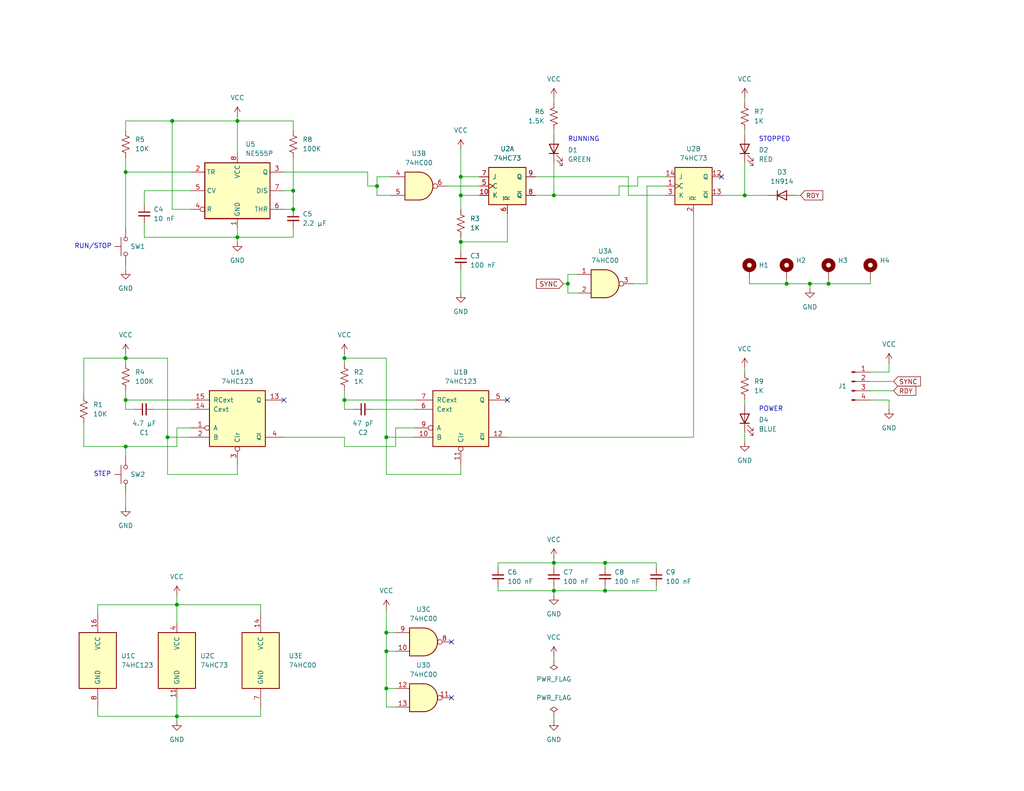
<source format=kicad_sch>
(kicad_sch (version 20231120) (generator "eeschema") (generator_version "8.0")
  (paper "USLetter")
  (lib_symbols
    (symbol "74xx:74HC00" (pin_names (offset 1.016))
      (property "Reference" "U" (at 0 1.27 0))
      (property "Value" "74HC00" (at 0 -1.27 0))
      (symbol "74HC00_1_1"
        (arc (start 0 -3.81) (mid 3.7934 0) (end 0 3.81) (stroke (width 0.254)) (fill (type background)))
        (polyline (pts (xy 0 3.81) (xy -3.81 3.81) (xy -3.81 -3.81) (xy 0 -3.81)) (stroke (width 0.254)) (fill (type background)))
        (pin input line (at -7.62 2.54 0) (length 3.81) (name "~") (number "1"))
        (pin input line (at -7.62 -2.54 0) (length 3.81) (name "~") (number "2"))
        (pin output inverted (at 7.62 0 180) (length 3.81) (name "~") (number "3"))
      )
      (symbol "74HC00_1_2"
        (arc (start -3.81 -3.81) (mid -2.589 0) (end -3.81 3.81) (stroke (width 0.254)))
        (arc (start -0.6096 -3.81) (mid 2.1842 -2.5851) (end 3.81 0) (stroke (width 0.254)) (fill (type background)))
        (polyline (pts (xy -3.81 -3.81) (xy -0.635 -3.81)) (stroke (width 0.254)) (fill (type background)))
        (polyline (pts (xy -3.81 3.81) (xy -0.635 3.81)) (stroke (width 0.254)) (fill (type background)))
        (polyline (pts (xy -0.635 3.81) (xy -3.81 3.81) (xy -3.81 3.81) (xy -3.556 3.4036) (xy -3.0226 2.2606) (xy -2.6924 1.0414) (xy -2.6162 -0.254) (xy -2.7686 -1.4986) (xy -3.175 -2.7178) (xy -3.81 -3.81) (xy -3.81 -3.81) (xy -0.635 -3.81)) (stroke (width -25.4)) (fill (type background)))
        (arc (start 3.81 0) (mid 2.1915 2.5936) (end -0.6096 3.81) (stroke (width 0.254)) (fill (type background)))
        (pin input inverted (at -7.62 2.54 0) (length 4.318) (name "~") (number "1"))
        (pin input inverted (at -7.62 -2.54 0) (length 4.318) (name "~") (number "2"))
        (pin output line (at 7.62 0 180) (length 3.81) (name "~") (number "3"))
      )
      (symbol "74HC00_2_1"
        (arc (start 0 -3.81) (mid 3.7934 0) (end 0 3.81) (stroke (width 0.254)) (fill (type background)))
        (polyline (pts (xy 0 3.81) (xy -3.81 3.81) (xy -3.81 -3.81) (xy 0 -3.81)) (stroke (width 0.254)) (fill (type background)))
        (pin input line (at -7.62 2.54 0) (length 3.81) (name "~") (number "4"))
        (pin input line (at -7.62 -2.54 0) (length 3.81) (name "~") (number "5"))
        (pin output inverted (at 7.62 0 180) (length 3.81) (name "~") (number "6"))
      )
      (symbol "74HC00_2_2"
        (arc (start -3.81 -3.81) (mid -2.589 0) (end -3.81 3.81) (stroke (width 0.254)))
        (arc (start -0.6096 -3.81) (mid 2.1842 -2.5851) (end 3.81 0) (stroke (width 0.254)) (fill (type background)))
        (polyline (pts (xy -3.81 -3.81) (xy -0.635 -3.81)) (stroke (width 0.254)) (fill (type background)))
        (polyline (pts (xy -3.81 3.81) (xy -0.635 3.81)) (stroke (width 0.254)) (fill (type background)))
        (polyline (pts (xy -0.635 3.81) (xy -3.81 3.81) (xy -3.81 3.81) (xy -3.556 3.4036) (xy -3.0226 2.2606) (xy -2.6924 1.0414) (xy -2.6162 -0.254) (xy -2.7686 -1.4986) (xy -3.175 -2.7178) (xy -3.81 -3.81) (xy -3.81 -3.81) (xy -0.635 -3.81)) (stroke (width -25.4)) (fill (type background)))
        (arc (start 3.81 0) (mid 2.1915 2.5936) (end -0.6096 3.81) (stroke (width 0.254)) (fill (type background)))
        (pin input inverted (at -7.62 2.54 0) (length 4.318) (name "~") (number "4"))
        (pin input inverted (at -7.62 -2.54 0) (length 4.318) (name "~") (number "5"))
        (pin output line (at 7.62 0 180) (length 3.81) (name "~") (number "6"))
      )
      (symbol "74HC00_3_1"
        (arc (start 0 -3.81) (mid 3.7934 0) (end 0 3.81) (stroke (width 0.254)) (fill (type background)))
        (polyline (pts (xy 0 3.81) (xy -3.81 3.81) (xy -3.81 -3.81) (xy 0 -3.81)) (stroke (width 0.254)) (fill (type background)))
        (pin input line (at -7.62 -2.54 0) (length 3.81) (name "~") (number "10"))
        (pin output inverted (at 7.62 0 180) (length 3.81) (name "~") (number "8"))
        (pin input line (at -7.62 2.54 0) (length 3.81) (name "~") (number "9"))
      )
      (symbol "74HC00_3_2"
        (arc (start -3.81 -3.81) (mid -2.589 0) (end -3.81 3.81) (stroke (width 0.254)))
        (arc (start -0.6096 -3.81) (mid 2.1842 -2.5851) (end 3.81 0) (stroke (width 0.254)) (fill (type background)))
        (polyline (pts (xy -3.81 -3.81) (xy -0.635 -3.81)) (stroke (width 0.254)) (fill (type background)))
        (polyline (pts (xy -3.81 3.81) (xy -0.635 3.81)) (stroke (width 0.254)) (fill (type background)))
        (polyline (pts (xy -0.635 3.81) (xy -3.81 3.81) (xy -3.81 3.81) (xy -3.556 3.4036) (xy -3.0226 2.2606) (xy -2.6924 1.0414) (xy -2.6162 -0.254) (xy -2.7686 -1.4986) (xy -3.175 -2.7178) (xy -3.81 -3.81) (xy -3.81 -3.81) (xy -0.635 -3.81)) (stroke (width -25.4)) (fill (type background)))
        (arc (start 3.81 0) (mid 2.1915 2.5936) (end -0.6096 3.81) (stroke (width 0.254)) (fill (type background)))
        (pin input inverted (at -7.62 -2.54 0) (length 4.318) (name "~") (number "10"))
        (pin output line (at 7.62 0 180) (length 3.81) (name "~") (number "8"))
        (pin input inverted (at -7.62 2.54 0) (length 4.318) (name "~") (number "9"))
      )
      (symbol "74HC00_4_1"
        (arc (start 0 -3.81) (mid 3.7934 0) (end 0 3.81) (stroke (width 0.254)) (fill (type background)))
        (polyline (pts (xy 0 3.81) (xy -3.81 3.81) (xy -3.81 -3.81) (xy 0 -3.81)) (stroke (width 0.254)) (fill (type background)))
        (pin output inverted (at 7.62 0 180) (length 3.81) (name "~") (number "11"))
        (pin input line (at -7.62 2.54 0) (length 3.81) (name "~") (number "12"))
        (pin input line (at -7.62 -2.54 0) (length 3.81) (name "~") (number "13"))
      )
      (symbol "74HC00_4_2"
        (arc (start -3.81 -3.81) (mid -2.589 0) (end -3.81 3.81) (stroke (width 0.254)))
        (arc (start -0.6096 -3.81) (mid 2.1842 -2.5851) (end 3.81 0) (stroke (width 0.254)) (fill (type background)))
        (polyline (pts (xy -3.81 -3.81) (xy -0.635 -3.81)) (stroke (width 0.254)) (fill (type background)))
        (polyline (pts (xy -3.81 3.81) (xy -0.635 3.81)) (stroke (width 0.254)) (fill (type background)))
        (polyline (pts (xy -0.635 3.81) (xy -3.81 3.81) (xy -3.81 3.81) (xy -3.556 3.4036) (xy -3.0226 2.2606) (xy -2.6924 1.0414) (xy -2.6162 -0.254) (xy -2.7686 -1.4986) (xy -3.175 -2.7178) (xy -3.81 -3.81) (xy -3.81 -3.81) (xy -0.635 -3.81)) (stroke (width -25.4)) (fill (type background)))
        (arc (start 3.81 0) (mid 2.1915 2.5936) (end -0.6096 3.81) (stroke (width 0.254)) (fill (type background)))
        (pin output line (at 7.62 0 180) (length 3.81) (name "~") (number "11"))
        (pin input inverted (at -7.62 2.54 0) (length 4.318) (name "~") (number "12"))
        (pin input inverted (at -7.62 -2.54 0) (length 4.318) (name "~") (number "13"))
      )
      (symbol "74HC00_5_0"
        (pin power_in line (at 0 12.7 270) (length 5.08) (name "VCC") (number "14"))
        (pin power_in line (at 0 -12.7 90) (length 5.08) (name "GND") (number "7"))
      )
      (symbol "74HC00_5_1"
        (rectangle (start -5.08 7.62) (end 5.08 -7.62) (stroke (width 0.254)) (fill (type background)))
      )
    )
    (symbol "74xx:74HC123" (pin_names (offset 1.016))
      (property "Reference" "U" (at -7.62 8.89 0))
      (property "Value" "74HC123" (at -7.62 -8.89 0))
      (symbol "74HC123_1_0"
        (pin input inverted (at -12.7 -2.54 0) (length 5.08) (name "A") (number "1"))
        (pin output line (at 12.7 5.08 180) (length 5.08) (name "Q") (number "13"))
        (pin input line (at -12.7 2.54 0) (length 5.08) (name "Cext") (number "14"))
        (pin input line (at -12.7 5.08 0) (length 5.08) (name "RCext") (number "15"))
        (pin input line (at -12.7 -5.08 0) (length 5.08) (name "B") (number "2"))
        (pin input inverted (at 0 -12.7 90) (length 5.08) (name "Clr") (number "3"))
        (pin output line (at 12.7 -5.08 180) (length 5.08) (name "~{Q}") (number "4"))
      )
      (symbol "74HC123_1_1"
        (rectangle (start -7.62 7.62) (end 7.62 -7.62) (stroke (width 0.254)) (fill (type background)))
      )
      (symbol "74HC123_2_0"
        (pin input line (at -12.7 -5.08 0) (length 5.08) (name "B") (number "10"))
        (pin input inverted (at 0 -12.7 90) (length 5.08) (name "Clr") (number "11"))
        (pin output line (at 12.7 -5.08 180) (length 5.08) (name "~{Q}") (number "12"))
        (pin output line (at 12.7 5.08 180) (length 5.08) (name "Q") (number "5"))
        (pin input line (at -12.7 2.54 0) (length 5.08) (name "Cext") (number "6"))
        (pin input line (at -12.7 5.08 0) (length 5.08) (name "RCext") (number "7"))
        (pin input inverted (at -12.7 -2.54 0) (length 5.08) (name "A") (number "9"))
      )
      (symbol "74HC123_2_1"
        (rectangle (start -7.62 7.62) (end 7.62 -7.62) (stroke (width 0.254)) (fill (type background)))
      )
      (symbol "74HC123_3_0"
        (pin power_in line (at 0 12.7 270) (length 5.08) (name "VCC") (number "16"))
        (pin power_in line (at 0 -12.7 90) (length 5.08) (name "GND") (number "8"))
      )
      (symbol "74HC123_3_1"
        (rectangle (start -5.08 7.62) (end 5.08 -7.62) (stroke (width 0.254)) (fill (type background)))
      )
    )
    (symbol "74xx:74HC73" (pin_names (offset 1.016))
      (property "Reference" "U" (at -7.62 8.89 0))
      (property "Value" "74HC73" (at -7.62 -8.89 0))
      (symbol "74HC73_1_0"
        (pin input line (at -7.62 -2.54 0) (length 2.54) (name "K") (number "10"))
        (pin input clock (at -7.62 0 0) (length 2.54) (name "C") (number "5"))
        (pin input line (at 0 -7.62 90) (length 2.54) (name "~{R}") (number "6"))
        (pin input line (at -7.62 2.54 0) (length 2.54) (name "J") (number "7"))
        (pin output line (at 7.62 -2.54 180) (length 2.54) (name "~{Q}") (number "8"))
        (pin output line (at 7.62 2.54 180) (length 2.54) (name "Q") (number "9"))
      )
      (symbol "74HC73_1_1"
        (rectangle (start -5.08 5.08) (end 5.08 -5.08) (stroke (width 0.254)) (fill (type background)))
      )
      (symbol "74HC73_2_0"
        (pin input clock (at -7.62 0 0) (length 2.54) (name "C") (number "1"))
        (pin output line (at 7.62 2.54 180) (length 2.54) (name "Q") (number "12"))
        (pin output line (at 7.62 -2.54 180) (length 2.54) (name "~{Q}") (number "13"))
        (pin input line (at -7.62 2.54 0) (length 2.54) (name "J") (number "14"))
        (pin input line (at 0 -7.62 90) (length 2.54) (name "~{R}") (number "2"))
        (pin input line (at -7.62 -2.54 0) (length 2.54) (name "K") (number "3"))
      )
      (symbol "74HC73_2_1"
        (rectangle (start -5.08 5.08) (end 5.08 -5.08) (stroke (width 0.254)) (fill (type background)))
      )
      (symbol "74HC73_3_0"
        (pin power_in line (at 0 -10.16 90) (length 2.54) (name "GND") (number "11"))
        (pin power_in line (at 0 10.16 270) (length 2.54) (name "VCC") (number "4"))
      )
      (symbol "74HC73_3_1"
        (rectangle (start -5.08 7.62) (end 5.08 -7.62) (stroke (width 0.254)) (fill (type background)))
      )
    )
    (symbol "Connector:Conn_01x04_Pin" (pin_names (offset 1.016) hide)
      (property "Reference" "J" (at 0 5.08 0))
      (property "Value" "Conn_01x04_Pin" (at 0 -7.62 0))
      (symbol "Conn_01x04_Pin_1_1"
        (polyline (pts (xy 1.27 -5.08) (xy 0.8636 -5.08)) (stroke (width 0.1524)))
        (polyline (pts (xy 1.27 -2.54) (xy 0.8636 -2.54)) (stroke (width 0.1524)))
        (polyline (pts (xy 1.27 0) (xy 0.8636 0)) (stroke (width 0.1524)))
        (polyline (pts (xy 1.27 2.54) (xy 0.8636 2.54)) (stroke (width 0.1524)))
        (rectangle (start 0.8636 -4.953) (end 0 -5.207) (stroke (width 0.1524)) (fill (type outline)))
        (rectangle (start 0.8636 -2.413) (end 0 -2.667) (stroke (width 0.1524)) (fill (type outline)))
        (rectangle (start 0.8636 0.127) (end 0 -0.127) (stroke (width 0.1524)) (fill (type outline)))
        (rectangle (start 0.8636 2.667) (end 0 2.413) (stroke (width 0.1524)) (fill (type outline)))
        (pin passive line (at 5.08 2.54 180) (length 3.81) (name "Pin_1") (number "1"))
        (pin passive line (at 5.08 0 180) (length 3.81) (name "Pin_2") (number "2"))
        (pin passive line (at 5.08 -2.54 180) (length 3.81) (name "Pin_3") (number "3"))
        (pin passive line (at 5.08 -5.08 180) (length 3.81) (name "Pin_4") (number "4"))
      )
    )
    (symbol "Device:C_Small" (pin_numbers hide) (pin_names (offset 0.254) hide)
      (property "Reference" "C" (at 0.254 1.778 0))
      (property "Value" "C_Small" (at 0.254 -2.032 0))
      (symbol "C_Small_0_1"
        (polyline (pts (xy -1.524 -0.508) (xy 1.524 -0.508)) (stroke (width 0.3302)))
        (polyline (pts (xy -1.524 0.508) (xy 1.524 0.508)) (stroke (width 0.3048)))
      )
      (symbol "C_Small_1_1"
        (pin passive line (at 0 2.54 270) (length 2.032) (name "~") (number "1"))
        (pin passive line (at 0 -2.54 90) (length 2.032) (name "~") (number "2"))
      )
    )
    (symbol "Device:D" (pin_numbers hide) (pin_names (offset 1.016) hide)
      (property "Reference" "D" (at 0 2.54 0))
      (property "Value" "D" (at 0 -2.54 0))
      (symbol "D_0_1"
        (polyline (pts (xy -1.27 1.27) (xy -1.27 -1.27)) (stroke (width 0.254)))
        (polyline (pts (xy 1.27 0) (xy -1.27 0)))
        (polyline (pts (xy 1.27 1.27) (xy 1.27 -1.27) (xy -1.27 0) (xy 1.27 1.27)) (stroke (width 0.254)))
      )
      (symbol "D_1_1"
        (pin passive line (at -3.81 0 0) (length 2.54) (name "K") (number "1"))
        (pin passive line (at 3.81 0 180) (length 2.54) (name "A") (number "2"))
      )
    )
    (symbol "Device:LED" (pin_numbers hide) (pin_names (offset 1.016) hide)
      (property "Reference" "D" (at 0 2.54 0))
      (property "Value" "LED" (at 0 -2.54 0))
      (symbol "LED_0_1"
        (polyline (pts (xy -1.27 -1.27) (xy -1.27 1.27)) (stroke (width 0.254)))
        (polyline (pts (xy -1.27 0) (xy 1.27 0)))
        (polyline (pts (xy 1.27 -1.27) (xy 1.27 1.27) (xy -1.27 0) (xy 1.27 -1.27)) (stroke (width 0.254)))
        (polyline (pts (xy -3.048 -0.762) (xy -4.572 -2.286) (xy -3.81 -2.286) (xy -4.572 -2.286) (xy -4.572 -1.524)))
        (polyline (pts (xy -1.778 -0.762) (xy -3.302 -2.286) (xy -2.54 -2.286) (xy -3.302 -2.286) (xy -3.302 -1.524)))
      )
      (symbol "LED_1_1"
        (pin passive line (at -3.81 0 0) (length 2.54) (name "K") (number "1"))
        (pin passive line (at 3.81 0 180) (length 2.54) (name "A") (number "2"))
      )
    )
    (symbol "Device:R_US" (pin_numbers hide) (pin_names (offset 0))
      (property "Reference" "R" (at 2.54 0 90))
      (property "Value" "R_US" (at -2.54 0 90))
      (symbol "R_US_0_1"
        (polyline (pts (xy 0 -2.286) (xy 0 -2.54)))
        (polyline (pts (xy 0 2.286) (xy 0 2.54)))
        (polyline (pts (xy 0 -0.762) (xy 1.016 -1.143) (xy 0 -1.524) (xy -1.016 -1.905) (xy 0 -2.286)))
        (polyline (pts (xy 0 0.762) (xy 1.016 0.381) (xy 0 0) (xy -1.016 -0.381) (xy 0 -0.762)))
        (polyline (pts (xy 0 2.286) (xy 1.016 1.905) (xy 0 1.524) (xy -1.016 1.143) (xy 0 0.762)))
      )
      (symbol "R_US_1_1"
        (pin passive line (at 0 3.81 270) (length 1.27) (name "~") (number "1"))
        (pin passive line (at 0 -3.81 90) (length 1.27) (name "~") (number "2"))
      )
    )
    (symbol "Mechanical:MountingHole_Pad" (pin_numbers hide) (pin_names (offset 1.016) hide) (exclude_from_sim yes) (in_bom no)
      (property "Reference" "H" (at 0 6.35 0))
      (property "Value" "MountingHole_Pad" (at 0 4.445 0))
      (symbol "MountingHole_Pad_0_1"
        (circle (center 0 1.27) (radius 1.27) (stroke (width 1.27)))
      )
      (symbol "MountingHole_Pad_1_1"
        (pin input line (at 0 -2.54 90) (length 2.54) (name "1") (number "1"))
      )
    )
    (symbol "Switch:SW_Push" (pin_numbers hide) (pin_names (offset 1.016) hide)
      (property "Reference" "SW" (at 1.27 2.54 0))
      (property "Value" "SW_Push" (at 0 -1.524 0))
      (symbol "SW_Push_0_1"
        (circle (center -2.032 0) (radius 0.508))
        (polyline (pts (xy 0 1.27) (xy 0 3.048)))
        (polyline (pts (xy 2.54 1.27) (xy -2.54 1.27)))
        (circle (center 2.032 0) (radius 0.508))
        (pin passive line (at -5.08 0 0) (length 2.54) (name "1") (number "1"))
        (pin passive line (at 5.08 0 180) (length 2.54) (name "2") (number "2"))
      )
    )
    (symbol "Timer:NE555P"
      (property "Reference" "U" (at -10.16 8.89 0))
      (property "Value" "NE555P" (at 2.54 8.89 0))
      (symbol "NE555P_0_0"
        (pin power_in line (at 0 -10.16 90) (length 2.54) (name "GND") (number "1"))
        (pin power_in line (at 0 10.16 270) (length 2.54) (name "VCC") (number "8"))
      )
      (symbol "NE555P_0_1"
        (rectangle (start -8.89 -7.62) (end 8.89 7.62) (stroke (width 0.254)) (fill (type background)))
        (rectangle (start -8.89 -7.62) (end 8.89 7.62) (stroke (width 0.254)) (fill (type background)))
      )
      (symbol "NE555P_1_1"
        (pin input line (at -12.7 5.08 0) (length 3.81) (name "TR") (number "2"))
        (pin output line (at 12.7 5.08 180) (length 3.81) (name "Q") (number "3"))
        (pin input inverted (at -12.7 -5.08 0) (length 3.81) (name "R") (number "4"))
        (pin input line (at -12.7 0 0) (length 3.81) (name "CV") (number "5"))
        (pin input line (at 12.7 -5.08 180) (length 3.81) (name "THR") (number "6"))
        (pin input line (at 12.7 0 180) (length 3.81) (name "DIS") (number "7"))
      )
    )
    (symbol "power:GND" (power) (pin_numbers hide) (pin_names (offset 0) hide)
      (property "Value" "GND" (at 0 -3.81 0))
      (symbol "GND_0_1"
        (polyline (pts (xy 0 0) (xy 0 -1.27) (xy 1.27 -1.27) (xy 0 -2.54) (xy -1.27 -1.27) (xy 0 -1.27)))
      )
      (symbol "GND_1_1"
        (pin power_in line (at 0 0 270) (length 0) (name "~") (number "1"))
      )
    )
    (symbol "power:PWR_FLAG" (power) (pin_numbers hide) (pin_names (offset 0) hide)
      (property "Value" "PWR_FLAG" (at 0 3.81 0))
      (symbol "PWR_FLAG_0_0"
        (pin power_out line (at 0 0 90) (length 0) (name "~") (number "1"))
      )
      (symbol "PWR_FLAG_0_1"
        (polyline (pts (xy 0 0) (xy 0 1.27) (xy -1.016 1.905) (xy 0 2.54) (xy 1.016 1.905) (xy 0 1.27)))
      )
    )
    (symbol "power:VCC" (power) (pin_numbers hide) (pin_names (offset 0) hide)
      (property "Value" "VCC" (at 0 3.556 0))
      (symbol "VCC_0_1"
        (polyline (pts (xy -0.762 1.27) (xy 0 2.54)))
        (polyline (pts (xy 0 0) (xy 0 2.54)))
        (polyline (pts (xy 0 2.54) (xy 0.762 1.27)))
      )
      (symbol "VCC_1_1"
        (pin power_in line (at 0 0 90) (length 0) (name "~") (number "1"))
      )
    )
  )
  (junction (at 34.29 121.92))
  (junction (at 154.94 77.47))
  (junction (at 125.73 66.04))
  (junction (at 102.87 50.8))
  (junction (at 105.41 119.38))
  (junction (at 93.98 97.79))
  (junction (at 151.13 161.29))
  (junction (at 105.41 177.8))
  (junction (at 80.01 52.07))
  (junction (at 151.13 53.34))
  (junction (at 34.29 46.99))
  (junction (at 34.29 109.22))
  (junction (at 125.73 53.34))
  (junction (at 93.98 109.22))
  (junction (at 48.26 165.1))
  (junction (at 45.72 119.38))
  (junction (at 105.41 172.72))
  (junction (at 151.13 153.67))
  (junction (at 46.99 33.02))
  (junction (at 220.98 77.47))
  (junction (at 203.2 53.34))
  (junction (at 105.41 187.96))
  (junction (at 165.1 161.29))
  (junction (at 34.29 97.79))
  (junction (at 214.63 77.47))
  (junction (at 64.77 64.77))
  (junction (at 64.77 33.02))
  (junction (at 125.73 48.26))
  (junction (at 165.1 153.67))
  (junction (at 48.26 195.58))
  (junction (at 226.06 77.47))
  (junction (at 80.01 57.15))
  (no_connect (at 196.85 48.26))
  (no_connect (at 138.43 109.22))
  (no_connect (at 123.19 190.5))
  (no_connect (at 123.19 175.26))
  (no_connect (at 77.47 109.22))
  (wire (pts (xy 107.95 116.84) (xy 107.95 121.92)))
  (wire (pts (xy 48.26 195.58) (xy 48.26 190.5)))
  (wire (pts (xy 105.41 119.38) (xy 113.03 119.38)))
  (wire (pts (xy 80.01 64.77) (xy 80.01 62.23)))
  (wire (pts (xy 77.47 57.15) (xy 80.01 57.15)))
  (wire (pts (xy 105.41 172.72) (xy 107.95 172.72)))
  (wire (pts (xy 22.86 121.92) (xy 34.29 121.92)))
  (wire (pts (xy 125.73 73.66) (xy 125.73 80.01)))
  (wire (pts (xy 135.89 160.02) (xy 135.89 161.29)))
  (wire (pts (xy 220.98 77.47) (xy 220.98 78.74)))
  (wire (pts (xy 113.03 116.84) (xy 107.95 116.84)))
  (wire (pts (xy 105.41 177.8) (xy 107.95 177.8)))
  (wire (pts (xy 48.26 195.58) (xy 71.12 195.58)))
  (wire (pts (xy 125.73 53.34) (xy 125.73 57.15)))
  (wire (pts (xy 168.91 50.8) (xy 173.99 50.8)))
  (wire (pts (xy 153.67 77.47) (xy 154.94 77.47)))
  (wire (pts (xy 45.72 119.38) (xy 45.72 97.79)))
  (wire (pts (xy 64.77 33.02) (xy 64.77 41.91)))
  (wire (pts (xy 34.29 72.39) (xy 34.29 73.66)))
  (wire (pts (xy 64.77 31.75) (xy 64.77 33.02)))
  (wire (pts (xy 39.37 55.88) (xy 39.37 52.07)))
  (wire (pts (xy 226.06 77.47) (xy 237.49 77.47)))
  (wire (pts (xy 179.07 153.67) (xy 179.07 154.94)))
  (wire (pts (xy 135.89 154.94) (xy 135.89 153.67)))
  (wire (pts (xy 48.26 116.84) (xy 52.07 116.84)))
  (wire (pts (xy 48.26 165.1) (xy 48.26 170.18)))
  (wire (pts (xy 176.53 50.8) (xy 181.61 50.8)))
  (wire (pts (xy 100.33 46.99) (xy 100.33 50.8)))
  (wire (pts (xy 71.12 195.58) (xy 71.12 193.04)))
  (wire (pts (xy 125.73 66.04) (xy 138.43 66.04)))
  (wire (pts (xy 189.23 58.42) (xy 189.23 119.38)))
  (wire (pts (xy 34.29 97.79) (xy 34.29 99.06)))
  (wire (pts (xy 106.68 53.34) (xy 102.87 53.34)))
  (wire (pts (xy 165.1 161.29) (xy 179.07 161.29)))
  (wire (pts (xy 45.72 119.38) (xy 52.07 119.38)))
  (wire (pts (xy 22.86 115.57) (xy 22.86 121.92)))
  (wire (pts (xy 105.41 129.54) (xy 105.41 119.38)))
  (wire (pts (xy 151.13 153.67) (xy 165.1 153.67)))
  (wire (pts (xy 71.12 165.1) (xy 71.12 167.64)))
  (wire (pts (xy 151.13 53.34) (xy 168.91 53.34)))
  (wire (pts (xy 34.29 33.02) (xy 34.29 35.56)))
  (wire (pts (xy 176.53 50.8) (xy 176.53 77.47)))
  (wire (pts (xy 203.2 100.33) (xy 203.2 101.6)))
  (wire (pts (xy 93.98 96.52) (xy 93.98 97.79)))
  (wire (pts (xy 48.26 121.92) (xy 48.26 116.84)))
  (wire (pts (xy 172.72 77.47) (xy 176.53 77.47)))
  (wire (pts (xy 105.41 177.8) (xy 105.41 187.96)))
  (wire (pts (xy 105.41 187.96) (xy 105.41 193.04)))
  (wire (pts (xy 203.2 44.45) (xy 203.2 53.34)))
  (wire (pts (xy 151.13 160.02) (xy 151.13 161.29)))
  (wire (pts (xy 165.1 161.29) (xy 165.1 160.02)))
  (wire (pts (xy 105.41 172.72) (xy 105.41 177.8)))
  (wire (pts (xy 39.37 64.77) (xy 64.77 64.77)))
  (wire (pts (xy 165.1 153.67) (xy 165.1 154.94)))
  (wire (pts (xy 52.07 57.15) (xy 46.99 57.15)))
  (wire (pts (xy 22.86 97.79) (xy 34.29 97.79)))
  (wire (pts (xy 34.29 106.68) (xy 34.29 109.22)))
  (wire (pts (xy 105.41 193.04) (xy 107.95 193.04)))
  (wire (pts (xy 93.98 121.92) (xy 93.98 119.38)))
  (wire (pts (xy 173.99 50.8) (xy 173.99 48.26)))
  (wire (pts (xy 48.26 162.56) (xy 48.26 165.1)))
  (wire (pts (xy 64.77 129.54) (xy 45.72 129.54)))
  (wire (pts (xy 93.98 111.76) (xy 93.98 109.22)))
  (wire (pts (xy 34.29 121.92) (xy 34.29 124.46)))
  (wire (pts (xy 151.13 26.67) (xy 151.13 27.94)))
  (wire (pts (xy 102.87 53.34) (xy 102.87 50.8)))
  (wire (pts (xy 146.05 48.26) (xy 171.45 48.26)))
  (wire (pts (xy 41.91 111.76) (xy 52.07 111.76)))
  (wire (pts (xy 203.2 26.67) (xy 203.2 27.94)))
  (wire (pts (xy 179.07 161.29) (xy 179.07 160.02)))
  (wire (pts (xy 102.87 50.8) (xy 102.87 48.26)))
  (wire (pts (xy 125.73 66.04) (xy 125.73 68.58)))
  (wire (pts (xy 105.41 97.79) (xy 93.98 97.79)))
  (wire (pts (xy 226.06 77.47) (xy 226.06 76.2)))
  (wire (pts (xy 125.73 53.34) (xy 125.73 48.26)))
  (wire (pts (xy 26.67 167.64) (xy 26.67 165.1)))
  (wire (pts (xy 237.49 77.47) (xy 237.49 76.2)))
  (wire (pts (xy 26.67 193.04) (xy 26.67 195.58)))
  (wire (pts (xy 196.85 53.34) (xy 203.2 53.34)))
  (wire (pts (xy 96.52 111.76) (xy 93.98 111.76)))
  (wire (pts (xy 77.47 119.38) (xy 93.98 119.38)))
  (wire (pts (xy 34.29 111.76) (xy 36.83 111.76)))
  (wire (pts (xy 105.41 119.38) (xy 105.41 97.79)))
  (wire (pts (xy 121.92 50.8) (xy 130.81 50.8)))
  (wire (pts (xy 203.2 109.22) (xy 203.2 110.49)))
  (wire (pts (xy 39.37 60.96) (xy 39.37 64.77)))
  (wire (pts (xy 102.87 48.26) (xy 106.68 48.26)))
  (wire (pts (xy 237.49 109.22) (xy 242.57 109.22)))
  (wire (pts (xy 154.94 80.01) (xy 157.48 80.01)))
  (wire (pts (xy 45.72 129.54) (xy 45.72 119.38)))
  (wire (pts (xy 34.29 109.22) (xy 34.29 111.76)))
  (wire (pts (xy 34.29 96.52) (xy 34.29 97.79)))
  (wire (pts (xy 48.26 165.1) (xy 71.12 165.1)))
  (wire (pts (xy 80.01 52.07) (xy 80.01 57.15)))
  (wire (pts (xy 217.17 53.34) (xy 218.44 53.34)))
  (wire (pts (xy 34.29 46.99) (xy 34.29 62.23)))
  (wire (pts (xy 80.01 43.18) (xy 80.01 52.07)))
  (wire (pts (xy 151.13 44.45) (xy 151.13 53.34)))
  (wire (pts (xy 64.77 64.77) (xy 64.77 66.04)))
  (wire (pts (xy 203.2 35.56) (xy 203.2 36.83)))
  (wire (pts (xy 34.29 121.92) (xy 48.26 121.92)))
  (wire (pts (xy 151.13 179.07) (xy 151.13 180.34)))
  (wire (pts (xy 214.63 77.47) (xy 214.63 76.2)))
  (wire (pts (xy 64.77 62.23) (xy 64.77 64.77)))
  (wire (pts (xy 151.13 161.29) (xy 151.13 162.56)))
  (wire (pts (xy 151.13 35.56) (xy 151.13 36.83)))
  (wire (pts (xy 220.98 77.47) (xy 226.06 77.47)))
  (wire (pts (xy 125.73 64.77) (xy 125.73 66.04)))
  (wire (pts (xy 151.13 195.58) (xy 151.13 196.85)))
  (wire (pts (xy 34.29 46.99) (xy 52.07 46.99)))
  (wire (pts (xy 165.1 153.67) (xy 179.07 153.67)))
  (wire (pts (xy 173.99 48.26) (xy 181.61 48.26)))
  (wire (pts (xy 168.91 53.34) (xy 168.91 50.8)))
  (wire (pts (xy 125.73 129.54) (xy 105.41 129.54)))
  (wire (pts (xy 22.86 107.95) (xy 22.86 97.79)))
  (wire (pts (xy 203.2 118.11) (xy 203.2 120.65)))
  (wire (pts (xy 46.99 33.02) (xy 64.77 33.02)))
  (wire (pts (xy 146.05 53.34) (xy 151.13 53.34)))
  (wire (pts (xy 34.29 43.18) (xy 34.29 46.99)))
  (wire (pts (xy 154.94 77.47) (xy 154.94 74.93)))
  (wire (pts (xy 138.43 119.38) (xy 189.23 119.38)))
  (wire (pts (xy 204.47 76.2) (xy 204.47 77.47)))
  (wire (pts (xy 125.73 40.64) (xy 125.73 48.26)))
  (wire (pts (xy 39.37 52.07) (xy 52.07 52.07)))
  (wire (pts (xy 154.94 74.93) (xy 157.48 74.93)))
  (wire (pts (xy 237.49 106.68) (xy 243.84 106.68)))
  (wire (pts (xy 101.6 111.76) (xy 113.03 111.76)))
  (wire (pts (xy 26.67 165.1) (xy 48.26 165.1)))
  (wire (pts (xy 80.01 33.02) (xy 64.77 33.02)))
  (wire (pts (xy 237.49 101.6) (xy 242.57 101.6)))
  (wire (pts (xy 203.2 53.34) (xy 209.55 53.34)))
  (wire (pts (xy 214.63 77.47) (xy 220.98 77.47)))
  (wire (pts (xy 52.07 109.22) (xy 34.29 109.22)))
  (wire (pts (xy 77.47 52.07) (xy 80.01 52.07)))
  (wire (pts (xy 125.73 48.26) (xy 130.81 48.26)))
  (wire (pts (xy 171.45 53.34) (xy 181.61 53.34)))
  (wire (pts (xy 100.33 50.8) (xy 102.87 50.8)))
  (wire (pts (xy 138.43 66.04) (xy 138.43 58.42)))
  (wire (pts (xy 151.13 153.67) (xy 151.13 154.94)))
  (wire (pts (xy 64.77 64.77) (xy 80.01 64.77)))
  (wire (pts (xy 105.41 166.37) (xy 105.41 172.72)))
  (wire (pts (xy 242.57 109.22) (xy 242.57 111.76)))
  (wire (pts (xy 151.13 152.4) (xy 151.13 153.67)))
  (wire (pts (xy 64.77 127) (xy 64.77 129.54)))
  (wire (pts (xy 48.26 195.58) (xy 48.26 196.85)))
  (wire (pts (xy 105.41 187.96) (xy 107.95 187.96)))
  (wire (pts (xy 80.01 35.56) (xy 80.01 33.02)))
  (wire (pts (xy 46.99 33.02) (xy 46.99 57.15)))
  (wire (pts (xy 93.98 106.68) (xy 93.98 109.22)))
  (wire (pts (xy 45.72 97.79) (xy 34.29 97.79)))
  (wire (pts (xy 154.94 77.47) (xy 154.94 80.01)))
  (wire (pts (xy 93.98 109.22) (xy 113.03 109.22)))
  (wire (pts (xy 26.67 195.58) (xy 48.26 195.58)))
  (wire (pts (xy 77.47 46.99) (xy 100.33 46.99)))
  (wire (pts (xy 34.29 134.62) (xy 34.29 138.43)))
  (wire (pts (xy 237.49 104.14) (xy 243.84 104.14)))
  (wire (pts (xy 204.47 77.47) (xy 214.63 77.47)))
  (wire (pts (xy 171.45 48.26) (xy 171.45 53.34)))
  (wire (pts (xy 125.73 127) (xy 125.73 129.54)))
  (wire (pts (xy 242.57 101.6) (xy 242.57 99.06)))
  (wire (pts (xy 135.89 153.67) (xy 151.13 153.67)))
  (wire (pts (xy 34.29 33.02) (xy 46.99 33.02)))
  (wire (pts (xy 107.95 121.92) (xy 93.98 121.92)))
  (wire (pts (xy 130.81 53.34) (xy 125.73 53.34)))
  (wire (pts (xy 135.89 161.29) (xy 151.13 161.29)))
  (wire (pts (xy 151.13 161.29) (xy 165.1 161.29)))
  (wire (pts (xy 93.98 97.79) (xy 93.98 99.06)))
  (text "STOPPED" (at 207.01 38.1 0) (effects (font (size 1.27 1.27)) (justify left)))
  (text "POWER" (at 207.01 111.76 0) (effects (font (size 1.27 1.27)) (justify left)))
  (text "RUN/STOP\n" (at 25.4 67.31 0) (effects (font (size 1.27 1.27))))
  (text "RUNNING" (at 154.94 38.1 0) (effects (font (size 1.27 1.27)) (justify left)))
  (text "STEP" (at 27.94 129.54 0) (effects (font (size 1.27 1.27))))
  (global_label "RDY" (shape input) (at 243.84 106.68 0) (property "Intersheetrefs" "${INTERSHEET_REFS}" (effects (hide yes))))
  (global_label "RDY" (shape input) (at 218.44 53.34 0) (property "Intersheetrefs" "${INTERSHEET_REFS}" (effects (hide yes))))
  (global_label "SYNC" (shape input) (at 243.84 104.14 0) (property "Intersheetrefs" "${INTERSHEET_REFS}" (effects (hide yes))))
  (global_label "SYNC" (shape input) (at 153.67 77.47 180) (property "Intersheetrefs" "${INTERSHEET_REFS}" (effects (hide yes))))
  (symbol (lib_id "power:VCC") (at 34.29 96.52 0) (unit 1)
    (property "Reference" "#PWR02" (effects (hide yes)))
    (property "Value" "VCC" (at 34.29 91.44 0))
    (property "Description" "Power symbol creates a global label with name \"VCC\"" (effects (hide yes)))
  )
  (symbol (lib_id "Device:LED") (at 151.13 40.64 90) (unit 1)
    (property "Reference" "D1" (at 154.94 40.9574 90) (effects (justify right)))
    (property "Value" "GREEN" (at 154.94 43.4974 90) (effects (justify right)))
    (property "Footprint" "LED_THT:LED_D5.0mm" (effects (hide yes)))
    (property "Description" "Light emitting diode" (effects (hide yes)))
  )
  (symbol (lib_id "Device:D") (at 213.36 53.34 0) (unit 1)
    (property "Reference" "D3" (at 213.36 46.99 0))
    (property "Value" "1N914" (at 213.36 49.53 0))
    (property "Footprint" "Diode_THT:D_A-405_P7.62mm_Horizontal" (effects (hide yes)))
    (property "Description" "Diode" (effects (hide yes)))
    (property "Sim.Device" "D" (effects (hide yes)))
    (property "Sim.Pins" "1=K 2=A" (effects (hide yes)))
  )
  (symbol (lib_id "Device:R_US") (at 151.13 31.75 0) (mirror y) (unit 1)
    (property "Reference" "R6" (at 148.59 30.4799 0) (effects (justify left)))
    (property "Value" "1.5K" (at 148.59 33.0199 0) (effects (justify left)))
    (property "Footprint" "Resistor_THT:R_Axial_DIN0207_L6.3mm_D2.5mm_P7.62mm_Horizontal" (effects (hide yes)))
    (property "Description" "Resistor, US symbol" (effects (hide yes)))
  )
  (symbol (lib_id "74xx:74HC73") (at 138.43 50.8 0) (unit 1)
    (property "Reference" "U2" (at 138.43 40.64 0))
    (property "Value" "74HC73" (at 138.43 43.18 0))
    (property "Footprint" "Package_DIP:DIP-14_W7.62mm_Socket" (effects (hide yes)))
    (property "Datasheet" "http://www.ti.com/lit/gpn/sn74LS73" (effects (hide yes)))
    (property "Description" "Dual JK Flip-Flop, reset" (effects (hide yes)))
  )
  (symbol (lib_id "power:PWR_FLAG") (at 151.13 180.34 180) (unit 1)
    (property "Reference" "#FLG02" (effects (hide yes)))
    (property "Value" "PWR_FLAG" (at 151.13 185.42 0))
    (property "Description" "Special symbol for telling ERC where power comes from" (effects (hide yes)))
  )
  (symbol (lib_id "power:GND") (at 151.13 196.85 0) (unit 1)
    (property "Reference" "#PWR012" (effects (hide yes)))
    (property "Value" "GND" (at 151.13 201.93 0))
    (property "Description" "Power symbol creates a global label with name \"GND\" , ground" (effects (hide yes)))
  )
  (symbol (lib_id "power:VCC") (at 93.98 96.52 0) (unit 1)
    (property "Reference" "#PWR01" (effects (hide yes)))
    (property "Value" "VCC" (at 93.98 91.44 0))
    (property "Description" "Power symbol creates a global label with name \"VCC\"" (effects (hide yes)))
  )
  (symbol (lib_id "Device:R_US") (at 34.29 39.37 0) (unit 1)
    (property "Reference" "R5" (at 36.83 38.0999 0) (effects (justify left)))
    (property "Value" "10K" (at 36.83 40.6399 0) (effects (justify left)))
    (property "Footprint" "Resistor_THT:R_Axial_DIN0207_L6.3mm_D2.5mm_P7.62mm_Horizontal" (effects (hide yes)))
    (property "Description" "Resistor, US symbol" (effects (hide yes)))
  )
  (symbol (lib_id "74xx:74HC123") (at 125.73 114.3 0) (unit 2)
    (property "Reference" "U1" (at 125.73 101.6 0))
    (property "Value" "74HC123" (at 125.73 104.14 0))
    (property "Footprint" "Package_DIP:DIP-16_W7.62mm_Socket" (effects (hide yes)))
    (property "Datasheet" "https://assets.nexperia.com/documents/data-sheet/74HC_HCT123.pdf" (effects (hide yes)))
    (property "Description" "Dual retriggerable monostable multivibrator" (effects (hide yes)))
  )
  (symbol (lib_id "74xx:74HC00") (at 71.12 180.34 0) (unit 5)
    (property "Reference" "U3" (at 78.74 179.0699 0) (effects (justify left)))
    (property "Value" "74HC00" (at 78.74 181.6099 0) (effects (justify left)))
    (property "Footprint" "Package_DIP:DIP-14_W7.62mm_Socket" (effects (hide yes)))
    (property "Datasheet" "http://www.ti.com/lit/gpn/sn74hc00" (effects (hide yes)))
    (property "Description" "quad 2-input NAND gate" (effects (hide yes)))
  )
  (symbol (lib_id "Mechanical:MountingHole_Pad") (at 204.47 73.66 0) (unit 1) (exclude_from_sim yes) (in_bom no)
    (property "Reference" "H1" (at 207.01 72.3899 0) (effects (justify left)))
    (property "Value" "MountingHole_Pad" (effects (hide yes)))
    (property "Footprint" "MountingHole:MountingHole_2.2mm_M2_DIN965_Pad" (effects (hide yes)))
    (property "Description" "Mounting Hole with connection" (effects (hide yes)))
  )
  (symbol (lib_id "74xx:74HC00") (at 115.57 190.5 0) (unit 4)
    (property "Reference" "U3" (at 115.5617 181.61 0))
    (property "Value" "74HC00" (at 115.5617 184.15 0))
    (property "Footprint" "Package_DIP:DIP-14_W7.62mm_Socket" (effects (hide yes)))
    (property "Datasheet" "http://www.ti.com/lit/gpn/sn74hc00" (effects (hide yes)))
    (property "Description" "quad 2-input NAND gate" (effects (hide yes)))
  )
  (symbol (lib_id "power:VCC") (at 151.13 26.67 0) (unit 1)
    (property "Reference" "#PWR015" (effects (hide yes)))
    (property "Value" "VCC" (at 151.13 21.59 0))
    (property "Description" "Power symbol creates a global label with name \"VCC\"" (effects (hide yes)))
  )
  (symbol (lib_id "Device:LED") (at 203.2 114.3 90) (unit 1)
    (property "Reference" "D4" (at 207.01 114.6174 90) (effects (justify right)))
    (property "Value" "BLUE" (at 207.01 117.1574 90) (effects (justify right)))
    (property "Footprint" "LED_THT:LED_D5.0mm" (effects (hide yes)))
    (property "Description" "Light emitting diode" (effects (hide yes)))
  )
  (symbol (lib_id "Timer:NE555P") (at 64.77 52.07 0) (unit 1)
    (property "Reference" "U5" (at 66.9641 39.37 0) (effects (justify left)))
    (property "Value" "NE555P" (at 66.9641 41.91 0) (effects (justify left)))
    (property "Footprint" "Package_DIP:DIP-8_W7.62mm_Socket" (effects (hide yes)))
    (property "Datasheet" "http://www.ti.com/lit/ds/symlink/ne555.pdf" (effects (hide yes)))
    (property "Description" "Precision Timers, 555 compatible,  PDIP-8" (effects (hide yes)))
  )
  (symbol (lib_id "Switch:SW_Push") (at 34.29 129.54 90) (unit 1)
    (property "Reference" "SW2" (at 35.56 129.54 90) (effects (justify right)))
    (property "Value" "SW_Push" (effects (hide yes)))
    (property "Footprint" "Button_Switch_THT:SW_PUSH-12mm" (effects (hide yes)))
    (property "Description" "Push button switch, generic, two pins" (effects (hide yes)))
  )
  (symbol (lib_id "Switch:SW_Push") (at 34.29 67.31 90) (unit 1)
    (property "Reference" "SW1" (at 35.56 67.31 90) (effects (justify right)))
    (property "Value" "SW_Push" (effects (hide yes)))
    (property "Footprint" "Button_Switch_THT:SW_PUSH_6mm" (effects (hide yes)))
    (property "Description" "Push button switch, generic, two pins" (effects (hide yes)))
  )
  (symbol (lib_id "power:GND") (at 48.26 196.85 0) (unit 1)
    (property "Reference" "#PWR08" (effects (hide yes)))
    (property "Value" "GND" (at 48.26 201.93 0))
    (property "Description" "Power symbol creates a global label with name \"GND\" , ground" (effects (hide yes)))
  )
  (symbol (lib_id "Device:C_Small") (at 125.73 71.12 0) (unit 1)
    (property "Reference" "C3" (at 128.27 69.8562 0) (effects (justify left)))
    (property "Value" "100 nF" (at 128.27 72.3962 0) (effects (justify left)))
    (property "Footprint" "Capacitor_THT:C_Disc_D5.0mm_W2.5mm_P2.50mm" (effects (hide yes)))
    (property "Description" "Unpolarized capacitor, small symbol" (effects (hide yes)))
  )
  (symbol (lib_id "74xx:74HC123") (at 64.77 114.3 0) (unit 1)
    (property "Reference" "U1" (at 64.77 101.6 0))
    (property "Value" "74HC123" (at 64.77 104.14 0))
    (property "Footprint" "Package_DIP:DIP-16_W7.62mm_Socket" (effects (hide yes)))
    (property "Datasheet" "https://assets.nexperia.com/documents/data-sheet/74HC_HCT123.pdf" (effects (hide yes)))
    (property "Description" "Dual retriggerable monostable multivibrator" (effects (hide yes)))
  )
  (symbol (lib_id "74xx:74HC123") (at 26.67 180.34 0) (unit 3)
    (property "Reference" "U1" (at 33.02 179.0699 0) (effects (justify left)))
    (property "Value" "74HC123" (at 33.02 181.6099 0) (effects (justify left)))
    (property "Footprint" "Package_DIP:DIP-16_W7.62mm_Socket" (effects (hide yes)))
    (property "Datasheet" "https://assets.nexperia.com/documents/data-sheet/74HC_HCT123.pdf" (effects (hide yes)))
    (property "Description" "Dual retriggerable monostable multivibrator" (effects (hide yes)))
  )
  (symbol (lib_id "power:PWR_FLAG") (at 151.13 195.58 0) (unit 1)
    (property "Reference" "#FLG01" (effects (hide yes)))
    (property "Value" "PWR_FLAG" (at 151.13 190.5 0))
    (property "Description" "Special symbol for telling ERC where power comes from" (effects (hide yes)))
  )
  (symbol (lib_id "power:VCC") (at 48.26 162.56 0) (unit 1)
    (property "Reference" "#PWR010" (effects (hide yes)))
    (property "Value" "VCC" (at 48.26 157.48 0))
    (property "Description" "Power symbol creates a global label with name \"VCC\"" (effects (hide yes)))
  )
  (symbol (lib_id "Device:R_US") (at 203.2 105.41 0) (unit 1)
    (property "Reference" "R9" (at 205.74 104.1399 0) (effects (justify left)))
    (property "Value" "1K" (at 205.74 106.6799 0) (effects (justify left)))
    (property "Footprint" "Resistor_THT:R_Axial_DIN0207_L6.3mm_D2.5mm_P7.62mm_Horizontal" (effects (hide yes)))
    (property "Description" "Resistor, US symbol" (effects (hide yes)))
  )
  (symbol (lib_id "74xx:74HC00") (at 165.1 77.47 0) (unit 1)
    (property "Reference" "U3" (at 165.0917 68.58 0))
    (property "Value" "74HC00" (at 165.0917 71.12 0))
    (property "Footprint" "Package_DIP:DIP-14_W7.62mm_Socket" (effects (hide yes)))
    (property "Datasheet" "http://www.ti.com/lit/gpn/sn74hc00" (effects (hide yes)))
    (property "Description" "quad 2-input NAND gate" (effects (hide yes)))
  )
  (symbol (lib_id "power:VCC") (at 242.57 99.06 0) (unit 1)
    (property "Reference" "#PWR018" (effects (hide yes)))
    (property "Value" "VCC" (at 242.57 93.98 0))
    (property "Description" "Power symbol creates a global label with name \"VCC\"" (effects (hide yes)))
  )
  (symbol (lib_id "power:GND") (at 125.73 80.01 0) (unit 1)
    (property "Reference" "#PWR07" (effects (hide yes)))
    (property "Value" "GND" (at 125.73 85.09 0))
    (property "Description" "Power symbol creates a global label with name \"GND\" , ground" (effects (hide yes)))
  )
  (symbol (lib_id "Device:C_Small") (at 39.37 58.42 0) (unit 1)
    (property "Reference" "C4" (at 41.91 57.1562 0) (effects (justify left)))
    (property "Value" "10 nF" (at 41.91 59.6962 0) (effects (justify left)))
    (property "Footprint" "Capacitor_THT:C_Disc_D5.0mm_W2.5mm_P2.50mm" (effects (hide yes)))
    (property "Description" "Unpolarized capacitor, small symbol" (effects (hide yes)))
  )
  (symbol (lib_id "Device:C_Small") (at 80.01 59.69 0) (unit 1)
    (property "Reference" "C5" (at 82.55 58.4262 0) (effects (justify left)))
    (property "Value" "2.2 µF" (at 82.55 60.9662 0) (effects (justify left)))
    (property "Footprint" "Capacitor_THT:C_Disc_D5.0mm_W2.5mm_P2.50mm" (effects (hide yes)))
    (property "Description" "Unpolarized capacitor, small symbol" (effects (hide yes)))
  )
  (symbol (lib_id "power:VCC") (at 125.73 40.64 0) (unit 1)
    (property "Reference" "#PWR06" (effects (hide yes)))
    (property "Value" "VCC" (at 125.73 35.56 0))
    (property "Description" "Power symbol creates a global label with name \"VCC\"" (effects (hide yes)))
  )
  (symbol (lib_id "power:GND") (at 220.98 78.74 0) (unit 1)
    (property "Reference" "#PWR022" (effects (hide yes)))
    (property "Value" "GND" (at 220.98 83.82 0))
    (property "Description" "Power symbol creates a global label with name \"GND\" , ground" (effects (hide yes)))
  )
  (symbol (lib_id "Device:R_US") (at 93.98 102.87 0) (unit 1)
    (property "Reference" "R2" (at 96.52 101.5999 0) (effects (justify left)))
    (property "Value" "1K" (at 96.52 104.1399 0) (effects (justify left)))
    (property "Footprint" "Resistor_THT:R_Axial_DIN0207_L6.3mm_D2.5mm_P7.62mm_Horizontal" (effects (hide yes)))
    (property "Description" "Resistor, US symbol" (effects (hide yes)))
  )
  (symbol (lib_id "Device:C_Small") (at 99.06 111.76 90) (mirror x) (unit 1)
    (property "Reference" "C2" (at 99.0663 118.11 90))
    (property "Value" "47 pF" (at 99.0663 115.57 90))
    (property "Footprint" "Capacitor_THT:C_Disc_D5.0mm_W2.5mm_P2.50mm" (effects (hide yes)))
    (property "Description" "Unpolarized capacitor, small symbol" (effects (hide yes)))
  )
  (symbol (lib_id "Device:LED") (at 203.2 40.64 90) (unit 1)
    (property "Reference" "D2" (at 207.01 40.9574 90) (effects (justify right)))
    (property "Value" "RED" (at 207.01 43.4974 90) (effects (justify right)))
    (property "Footprint" "LED_THT:LED_D5.0mm" (effects (hide yes)))
    (property "Description" "Light emitting diode" (effects (hide yes)))
  )
  (symbol (lib_id "power:VCC") (at 203.2 26.67 0) (unit 1)
    (property "Reference" "#PWR09" (effects (hide yes)))
    (property "Value" "VCC" (at 203.2 21.59 0))
    (property "Description" "Power symbol creates a global label with name \"VCC\"" (effects (hide yes)))
  )
  (symbol (lib_id "74xx:74HC73") (at 48.26 180.34 0) (unit 3)
    (property "Reference" "U2" (at 54.61 179.0699 0) (effects (justify left)))
    (property "Value" "74HC73" (at 54.61 181.6099 0) (effects (justify left)))
    (property "Footprint" "Package_DIP:DIP-14_W7.62mm_Socket" (effects (hide yes)))
    (property "Datasheet" "http://www.ti.com/lit/gpn/sn74LS73" (effects (hide yes)))
    (property "Description" "Dual JK Flip-Flop, reset" (effects (hide yes)))
  )
  (symbol (lib_id "power:GND") (at 34.29 73.66 0) (unit 1)
    (property "Reference" "#PWR04" (effects (hide yes)))
    (property "Value" "GND" (at 34.29 78.74 0))
    (property "Description" "Power symbol creates a global label with name \"GND\" , ground" (effects (hide yes)))
  )
  (symbol (lib_id "power:GND") (at 203.2 120.65 0) (unit 1)
    (property "Reference" "#PWR017" (effects (hide yes)))
    (property "Value" "GND" (at 203.2 125.73 0))
    (property "Description" "Power symbol creates a global label with name \"GND\" , ground" (effects (hide yes)))
  )
  (symbol (lib_id "Device:C_Small") (at 39.37 111.76 90) (mirror x) (unit 1)
    (property "Reference" "C1" (at 39.3763 118.11 90))
    (property "Value" "4.7 µF" (at 39.3763 115.57 90))
    (property "Footprint" "Capacitor_THT:C_Disc_D5.0mm_W2.5mm_P2.50mm" (effects (hide yes)))
    (property "Description" "Unpolarized capacitor, small symbol" (effects (hide yes)))
  )
  (symbol (lib_id "power:GND") (at 34.29 138.43 0) (unit 1)
    (property "Reference" "#PWR03" (effects (hide yes)))
    (property "Value" "GND" (at 34.29 143.51 0))
    (property "Description" "Power symbol creates a global label with name \"GND\" , ground" (effects (hide yes)))
  )
  (symbol (lib_id "power:GND") (at 151.13 162.56 0) (unit 1)
    (property "Reference" "#PWR021" (effects (hide yes)))
    (property "Value" "GND" (at 151.13 167.64 0))
    (property "Description" "Power symbol creates a global label with name \"GND\" , ground" (effects (hide yes)))
  )
  (symbol (lib_id "74xx:74HC00") (at 114.3 50.8 0) (unit 2)
    (property "Reference" "U3" (at 114.2917 41.91 0))
    (property "Value" "74HC00" (at 114.2917 44.45 0))
    (property "Footprint" "Package_DIP:DIP-14_W7.62mm_Socket" (effects (hide yes)))
    (property "Datasheet" "http://www.ti.com/lit/gpn/sn74hc00" (effects (hide yes)))
    (property "Description" "quad 2-input NAND gate" (effects (hide yes)))
  )
  (symbol (lib_id "power:GND") (at 64.77 66.04 0) (unit 1)
    (property "Reference" "#PWR014" (effects (hide yes)))
    (property "Value" "GND" (at 64.77 71.12 0))
    (property "Description" "Power symbol creates a global label with name \"GND\" , ground" (effects (hide yes)))
  )
  (symbol (lib_id "Device:R_US") (at 203.2 31.75 0) (unit 1)
    (property "Reference" "R7" (at 205.74 30.4799 0) (effects (justify left)))
    (property "Value" "1K" (at 205.74 33.0199 0) (effects (justify left)))
    (property "Footprint" "Resistor_THT:R_Axial_DIN0207_L6.3mm_D2.5mm_P7.62mm_Horizontal" (effects (hide yes)))
    (property "Description" "Resistor, US symbol" (effects (hide yes)))
  )
  (symbol (lib_id "power:GND") (at 242.57 111.76 0) (unit 1)
    (property "Reference" "#PWR019" (effects (hide yes)))
    (property "Value" "GND" (at 242.57 116.84 0))
    (property "Description" "Power symbol creates a global label with name \"GND\" , ground" (effects (hide yes)))
  )
  (symbol (lib_id "power:VCC") (at 203.2 100.33 0) (unit 1)
    (property "Reference" "#PWR016" (effects (hide yes)))
    (property "Value" "VCC" (at 203.2 95.25 0))
    (property "Description" "Power symbol creates a global label with name \"VCC\"" (effects (hide yes)))
  )
  (symbol (lib_id "Mechanical:MountingHole_Pad") (at 214.63 73.66 0) (unit 1) (exclude_from_sim yes) (in_bom no)
    (property "Reference" "H2" (at 217.17 71.1199 0) (effects (justify left)))
    (property "Value" "MountingHole_Pad" (effects (hide yes)))
    (property "Footprint" "MountingHole:MountingHole_2.2mm_M2_DIN965_Pad" (effects (hide yes)))
    (property "Description" "Mounting Hole with connection" (effects (hide yes)))
  )
  (symbol (lib_id "power:VCC") (at 64.77 31.75 0) (unit 1)
    (property "Reference" "#PWR013" (effects (hide yes)))
    (property "Value" "VCC" (at 64.77 26.67 0))
    (property "Description" "Power symbol creates a global label with name \"VCC\"" (effects (hide yes)))
  )
  (symbol (lib_id "Device:C_Small") (at 179.07 157.48 0) (unit 1)
    (property "Reference" "C9" (at 181.61 156.2162 0) (effects (justify left)))
    (property "Value" "100 nF" (at 181.61 158.7562 0) (effects (justify left)))
    (property "Footprint" "Capacitor_THT:C_Disc_D5.0mm_W2.5mm_P2.50mm" (effects (hide yes)))
    (property "Description" "Unpolarized capacitor, small symbol" (effects (hide yes)))
  )
  (symbol (lib_id "74xx:74HC73") (at 189.23 50.8 0) (unit 2)
    (property "Reference" "U2" (at 189.23 40.64 0))
    (property "Value" "74HC73" (at 189.23 43.18 0))
    (property "Footprint" "Package_DIP:DIP-14_W7.62mm_Socket" (effects (hide yes)))
    (property "Datasheet" "http://www.ti.com/lit/gpn/sn74LS73" (effects (hide yes)))
    (property "Description" "Dual JK Flip-Flop, reset" (effects (hide yes)))
  )
  (symbol (lib_id "Device:C_Small") (at 135.89 157.48 0) (unit 1)
    (property "Reference" "C6" (at 138.43 156.2162 0) (effects (justify left)))
    (property "Value" "100 nF" (at 138.43 158.7562 0) (effects (justify left)))
    (property "Footprint" "Capacitor_THT:C_Disc_D5.0mm_W2.5mm_P2.50mm" (effects (hide yes)))
    (property "Description" "Unpolarized capacitor, small symbol" (effects (hide yes)))
  )
  (symbol (lib_id "Device:R_US") (at 34.29 102.87 0) (unit 1)
    (property "Reference" "R4" (at 36.83 101.5999 0) (effects (justify left)))
    (property "Value" "100K" (at 36.83 104.1399 0) (effects (justify left)))
    (property "Footprint" "Resistor_THT:R_Axial_DIN0207_L6.3mm_D2.5mm_P7.62mm_Horizontal" (effects (hide yes)))
    (property "Description" "Resistor, US symbol" (effects (hide yes)))
  )
  (symbol (lib_id "Device:R_US") (at 125.73 60.96 0) (unit 1)
    (property "Reference" "R3" (at 128.27 59.6899 0) (effects (justify left)))
    (property "Value" "1K" (at 128.27 62.2299 0) (effects (justify left)))
    (property "Footprint" "Resistor_THT:R_Axial_DIN0207_L6.3mm_D2.5mm_P7.62mm_Horizontal" (effects (hide yes)))
    (property "Description" "Resistor, US symbol" (effects (hide yes)))
  )
  (symbol (lib_id "Device:R_US") (at 22.86 111.76 0) (unit 1)
    (property "Reference" "R1" (at 25.4 110.4899 0) (effects (justify left)))
    (property "Value" "10K" (at 25.4 113.0299 0) (effects (justify left)))
    (property "Footprint" "Resistor_THT:R_Axial_DIN0207_L6.3mm_D2.5mm_P7.62mm_Horizontal" (effects (hide yes)))
    (property "Description" "Resistor, US symbol" (effects (hide yes)))
  )
  (symbol (lib_id "Mechanical:MountingHole_Pad") (at 226.06 73.66 0) (unit 1) (exclude_from_sim yes) (in_bom no)
    (property "Reference" "H3" (at 228.6 71.1199 0) (effects (justify left)))
    (property "Value" "MountingHole_Pad" (effects (hide yes)))
    (property "Footprint" "MountingHole:MountingHole_2.2mm_M2_DIN965_Pad" (effects (hide yes)))
    (property "Description" "Mounting Hole with connection" (effects (hide yes)))
  )
  (symbol (lib_id "Device:C_Small") (at 165.1 157.48 0) (unit 1)
    (property "Reference" "C8" (at 167.64 156.2162 0) (effects (justify left)))
    (property "Value" "100 nF" (at 167.64 158.7562 0) (effects (justify left)))
    (property "Footprint" "Capacitor_THT:C_Disc_D5.0mm_W2.5mm_P2.50mm" (effects (hide yes)))
    (property "Description" "Unpolarized capacitor, small symbol" (effects (hide yes)))
  )
  (symbol (lib_id "power:VCC") (at 105.41 166.37 0) (unit 1)
    (property "Reference" "#PWR05" (effects (hide yes)))
    (property "Value" "VCC" (at 105.41 161.29 0))
    (property "Description" "Power symbol creates a global label with name \"VCC\"" (effects (hide yes)))
  )
  (symbol (lib_id "Device:C_Small") (at 151.13 157.48 0) (unit 1)
    (property "Reference" "C7" (at 153.67 156.2162 0) (effects (justify left)))
    (property "Value" "100 nF" (at 153.67 158.7562 0) (effects (justify left)))
    (property "Footprint" "Capacitor_THT:C_Disc_D5.0mm_W2.5mm_P2.50mm" (effects (hide yes)))
    (property "Description" "Unpolarized capacitor, small symbol" (effects (hide yes)))
  )
  (symbol (lib_id "74xx:74HC00") (at 115.57 175.26 0) (unit 3)
    (property "Reference" "U3" (at 115.5617 166.37 0))
    (property "Value" "74HC00" (at 115.5617 168.91 0))
    (property "Footprint" "Package_DIP:DIP-14_W7.62mm_Socket" (effects (hide yes)))
    (property "Datasheet" "http://www.ti.com/lit/gpn/sn74hc00" (effects (hide yes)))
    (property "Description" "quad 2-input NAND gate" (effects (hide yes)))
  )
  (symbol (lib_id "power:VCC") (at 151.13 152.4 0) (unit 1)
    (property "Reference" "#PWR020" (effects (hide yes)))
    (property "Value" "VCC" (at 151.13 147.32 0))
    (property "Description" "Power symbol creates a global label with name \"VCC\"" (effects (hide yes)))
  )
  (symbol (lib_id "Connector:Conn_01x04_Pin") (at 232.41 104.14 0) (unit 1)
    (property "Reference" "J1" (at 229.87 105.41 0))
    (property "Value" "Conn_01x04_Pin" (effects (hide yes)))
    (property "Footprint" "Connector_PinHeader_2.54mm:PinHeader_1x04_P2.54mm_Horizontal" (effects (hide yes)))
    (property "Description" "Generic connector, single row, 01x04, script generated" (effects (hide yes)))
  )
  (symbol (lib_id "power:VCC") (at 151.13 179.07 0) (unit 1)
    (property "Reference" "#PWR011" (effects (hide yes)))
    (property "Value" "VCC" (at 151.13 173.99 0))
    (property "Description" "Power symbol creates a global label with name \"VCC\"" (effects (hide yes)))
  )
  (symbol (lib_id "Mechanical:MountingHole_Pad") (at 237.49 73.66 0) (unit 1) (exclude_from_sim yes) (in_bom no)
    (property "Reference" "H4" (at 240.03 71.1199 0) (effects (justify left)))
    (property "Value" "MountingHole_Pad" (effects (hide yes)))
    (property "Footprint" "MountingHole:MountingHole_2.2mm_M2_DIN965_Pad" (effects (hide yes)))
    (property "Description" "Mounting Hole with connection" (effects (hide yes)))
  )
  (symbol (lib_id "Device:R_US") (at 80.01 39.37 0) (unit 1)
    (property "Reference" "R8" (at 82.55 38.0999 0) (effects (justify left)))
    (property "Value" "100K" (at 82.55 40.6399 0) (effects (justify left)))
    (property "Footprint" "Resistor_THT:R_Axial_DIN0207_L6.3mm_D2.5mm_P7.62mm_Horizontal" (effects (hide yes)))
    (property "Description" "Resistor, US symbol" (effects (hide yes)))
  )
)
</source>
